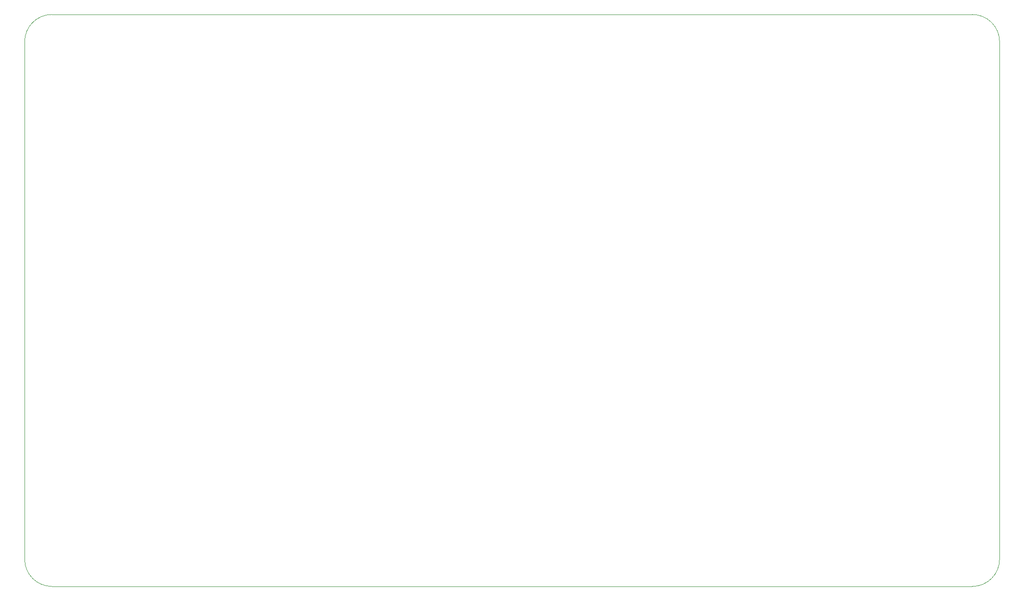
<source format=gm1>
%TF.GenerationSoftware,KiCad,Pcbnew,8.0.7*%
%TF.CreationDate,2025-04-27T16:19:10+02:00*%
%TF.ProjectId,GPIO Backplane Board,4750494f-2042-4616-936b-706c616e6520,Pico GPIO Wide*%
%TF.SameCoordinates,Original*%
%TF.FileFunction,Profile,NP*%
%FSLAX46Y46*%
G04 Gerber Fmt 4.6, Leading zero omitted, Abs format (unit mm)*
G04 Created by KiCad (PCBNEW 8.0.7) date 2025-04-27 16:19:10*
%MOMM*%
%LPD*%
G01*
G04 APERTURE LIST*
%TA.AperFunction,Profile*%
%ADD10C,0.100000*%
%TD*%
G04 APERTURE END LIST*
D10*
X172720000Y35560000D02*
G75*
G02*
X177800000Y30480000I0J-5080000D01*
G01*
X-3810000Y30480000D02*
G75*
G02*
X1270000Y35560000I5080002J-2D01*
G01*
X-3810000Y-66040000D02*
X-3810000Y30480001D01*
X177800000Y-66040000D02*
X177800000Y30480000D01*
X1270000Y35560000D02*
X172720000Y35560000D01*
X1270000Y-71120000D02*
G75*
G02*
X-3810000Y-66040000I2J5080002D01*
G01*
X1270000Y-71120000D02*
X172720000Y-71120000D01*
X177800000Y-66040000D02*
G75*
G02*
X172720000Y-71120000I-5080000J0D01*
G01*
M02*

</source>
